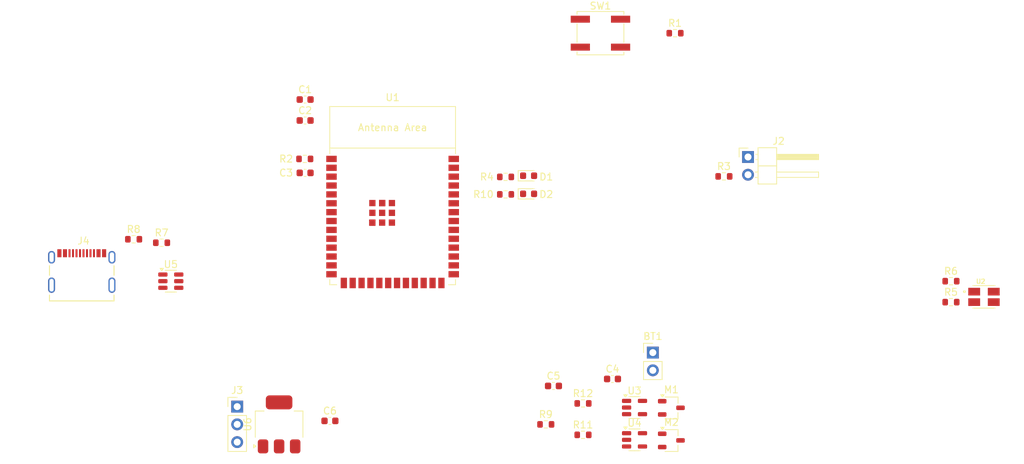
<source format=kicad_pcb>
(kicad_pcb (version 20240108) (generator "pcbnew") (generator_version "8.0")
  (layers (0 "F.Cu" signal) (31 "B.Cu" signal) (34 "B.Paste" user) (35 "F.Paste" user) (36 "B.SilkS" user "B.Silkscreen") (37 "F.SilkS" user "F.Silkscreen") (38 "B.Mask" user) (39 "F.Mask" user) (44 "Edge.Cuts" user))
  (net 0 "")
  (net 1 "Net-(BT1-+)")
  (net 2 "/bat-")
  (net 3 "+3V3")
  (net 4 "GND")
  (net 5 "Net-(U1-EN)")
  (net 6 "Net-(U4-VDD)")
  (net 7 "/VBUS")
  (net 8 "Net-(D1-K)")
  (net 9 "Net-(D2-K)")
  (net 10 "Net-(J2-Pin_2)")
  (net 11 "HV_CHR")
  (net 15 "Net-(J4-CC1)")
  (net 16 "/USB_D+")
  (net 17 "Net-(J4-CC2)")
  (net 18 "/USB_D-")
  (net 19 "Net-(M1-D)")
  (net 20 "/DO")
  (net 21 "/CO")
  (net 22 "/Button")
  (net 23 "Net-(U1-GPIO2{slash}TOUCH2{slash}ADC1_CH1)")
  (net 24 "/RX")
  (net 25 "/TX")
  (net 26 "Net-(R6-Pad2)")
  (net 27 "Net-(U3-STAT)")
  (net 28 "Net-(U4-VM)")
  (net 29 "Net-(U3-PROG)")
  (net 42 "/intD+")
  (net 44 "/intD-")
  (footprint "Resistor_SMD:R_0603_1608Metric" (layer "F.Cu") (at 151.675 123.5)
    (property "Reference" "R9" (at 0 -1.43 0) (layer "F.SilkS"))
    (property "Value" "330")
    (fp_line (start -0.237258 -0.5225) (end 0.237258 -0.5225) (stroke (width 0.12)) (layer "F.SilkS"))
    (fp_line (start -0.237258 0.5225) (end 0.237258 0.5225) (stroke (width 0.12)) (layer "F.SilkS"))
    (pad "1" smd roundrect (at -0.825 0) (size 0.8 0.95) (layers "F.Cu" "F.Paste" "F.Mask") (net 6 "Net-(U4-VDD)"))
    (pad "2" smd roundrect (at 0.825 0) (size 0.8 0.95) (layers "F.Cu" "F.Paste" "F.Mask") (net 1 "Net-(BT1-+)"))
  )
  (footprint "LED_SMD:LED_0603_1608Metric" (layer "F.Cu") (at 149.2125 90.5)
    (property "Reference" "D2" (at 2.53 0.075 0) (layer "F.SilkS"))
    (property "Value" "LED")
    (fp_line (start -1.485 -0.735) (end -1.485 0.735) (stroke (width 0.12)) (layer "F.SilkS"))
    (fp_line (start -1.485 0.735) (end 0.8 0.735) (stroke (width 0.12)) (layer "F.SilkS"))
    (fp_line (start 0.8 -0.735) (end -1.485 -0.735) (stroke (width 0.12)) (layer "F.SilkS"))
    (pad "1" smd roundrect (at -0.7875 0) (size 0.875 0.95) (layers "F.Cu" "F.Paste" "F.Mask") (net 9 "Net-(D2-K)"))
    (pad "2" smd roundrect (at 0.7875 0) (size 0.875 0.95) (layers "F.Cu" "F.Paste" "F.Mask") (net 7 "/VBUS"))
  )
  (footprint "Resistor_SMD:R_0603_1608Metric" (layer "F.Cu") (at 145.9175 90.575)
    (property "Reference" "R10" (at -3.175 0 0) (layer "F.SilkS"))
    (property "Value" "100")
    (fp_line (start -0.237258 -0.5225) (end 0.237258 -0.5225) (stroke (width 0.12)) (layer "F.SilkS"))
    (fp_line (start -0.237258 0.5225) (end 0.237258 0.5225) (stroke (width 0.12)) (layer "F.SilkS"))
    (pad "1" smd roundrect (at -0.825 0) (size 0.8 0.95) (layers "F.Cu" "F.Paste" "F.Mask") (net 27 "Net-(U3-STAT)"))
    (pad "2" smd roundrect (at 0.825 0) (size 0.8 0.95) (layers "F.Cu" "F.Paste" "F.Mask") (net 9 "Net-(D2-K)"))
  )
  (footprint "Connector_PinHeader_2.54mm:PinHeader_1x02_P2.54mm_Horizontal" (layer "F.Cu") (at 180.625 85.225)
    (property "Reference" "J2" (at 4.385 -2.27 0) (layer "F.SilkS"))
    (property "Value" "BOOT")
    (fp_line (start -1.27 -1.27) (end 0 -1.27) (stroke (width 0.12)) (layer "F.SilkS"))
    (fp_line (start -1.27 0) (end -1.27 -1.27) (stroke (width 0.12)) (layer "F.SilkS"))
    (fp_line (start 1.042929 2.16) (end 1.44 2.16) (stroke (width 0.12)) (layer "F.SilkS"))
    (fp_line (start 1.042929 2.92) (end 1.44 2.92) (stroke (width 0.12)) (layer "F.SilkS"))
    (fp_line (start 1.11 -0.38) (end 1.44 -0.38) (stroke (width 0.12)) (layer "F.SilkS"))
    (fp_line (start 1.11 0.38) (end 1.44 0.38) (stroke (width 0.12)) (layer "F.SilkS"))
    (fp_line (start 1.44 -1.33) (end 1.44 3.87) (stroke (width 0.12)) (layer "F.SilkS"))
    (fp_line (start 1.44 1.27) (end 4.1 1.27) (stroke (width 0.12)) (layer "F.SilkS"))
    (fp_line (start 1.44 3.87) (end 4.1 3.87) (stroke (width 0.12)) (layer "F.SilkS"))
    (fp_line (start 4.1 -1.33) (end 1.44 -1.33) (stroke (width 0.12)) (layer "F.SilkS"))
    (fp_line (start 4.1 -0.38) (end 10.1 -0.38) (stroke (width 0.12)) (layer "F.SilkS"))
    (fp_line (start 4.1 -0.32) (end 10.1 -0.32) (stroke (width 0.12)) (layer "F.SilkS"))
    (fp_line (start 4.1 -0.2) (end 10.1 -0.2) (stroke (width 0.12)) (layer "F.SilkS"))
    (fp_line (start 4.1 -0.08) (end 10.1 -0.08) (stroke (width 0.12)) (layer "F.SilkS"))
    (fp_line (start 4.1 0.04) (end 10.1 0.04) (stroke (width 0.12)) (layer "F.SilkS"))
    (fp_line (start 4.1 0.16) (end 10.1 0.16) (stroke (width 0.12)) (layer "F.SilkS"))
    (fp_line (start 4.1 0.28) (end 10.1 0.28) (stroke (width 0.12)) (layer "F.SilkS"))
    (fp_line (start 4.1 2.16) (end 10.1 2.16) (stroke (width 0.12)) (layer "F.SilkS"))
    (fp_line (start 4.1 3.87) (end 4.1 -1.33) (stroke (width 0.12)) (layer "F.SilkS"))
    (fp_line (start 10.1 -0.38) (end 10.1 0.38) (stroke (width 0.12)) (layer "F.SilkS"))
    (fp_line (start 10.1 0.38) (end 4.1 0.38) (stroke (width 0.12)) (layer "F.SilkS"))
    (fp_line (start 10.1 2.16) (end 10.1 2.92) (stroke (width 0.12)) (layer "F.SilkS"))
    (fp_line (start 10.1 2.92) (end 4.1 2.92) (stroke (width 0.12)) (layer "F.SilkS"))
    (pad "1" thru_hole rect (at 0 0) (size 1.7 1.7) (drill 1) (layers "*.Cu" "*.Mask" "In1.Cu" "In2.Cu" "In3.Cu" "In4.Cu" "In5.Cu" "In6.Cu" "In7.Cu" "In8.Cu" "In9.Cu" "In10.Cu" "In11.Cu" "In12.Cu" "In13.Cu" "In14.Cu" "In15.Cu" "In16.Cu" "In17.Cu" "In18.Cu" "In19.Cu" "In20.Cu" "In21.Cu" "In22.Cu" "In23.Cu" "In24.Cu" "In25.Cu" "In26.Cu" "In27.Cu" "In28.Cu" "In29.Cu" "In30.Cu") (net 4 "GND"))
    (pad "2" thru_hole oval (at 0 2.54) (size 1.7 1.7) (drill 1) (layers "*.Cu" "*.Mask" "In1.Cu" "In2.Cu" "In3.Cu" "In4.Cu" "In5.Cu" "In6.Cu" "In7.Cu" "In8.Cu" "In9.Cu" "In10.Cu" "In11.Cu" "In12.Cu" "In13.Cu" "In14.Cu" "In15.Cu" "In16.Cu" "In17.Cu" "In18.Cu" "In19.Cu" "In20.Cu" "In21.Cu" "In22.Cu" "In23.Cu" "In24.Cu" "In25.Cu" "In26.Cu" "In27.Cu" "In28.Cu" "In29.Cu" "In30.Cu") (net 10 "Net-(J2-Pin_2)"))
  )
  (footprint "Resistor_SMD:R_0603_1608Metric" (layer "F.Cu") (at 96.675 97.5)
    (property "Reference" "R7" (at 0 -1.43 0) (layer "F.SilkS"))
    (property "Value" "5k1")
    (fp_line (start -0.237258 -0.5225) (end 0.237258 -0.5225) (stroke (width 0.12)) (layer "F.SilkS"))
    (fp_line (start -0.237258 0.5225) (end 0.237258 0.5225) (stroke (width 0.12)) (layer "F.SilkS"))
    (pad "1" smd roundrect (at -0.825 0) (size 0.8 0.95) (layers "F.Cu" "F.Paste" "F.Mask") (net 4 "GND"))
    (pad "2" smd roundrect (at 0.825 0) (size 0.8 0.95) (layers "F.Cu" "F.Paste" "F.Mask") (net 15 "Net-(J4-CC1)"))
  )
  (footprint "Resistor_SMD:R_0603_1608Metric" (layer "F.Cu") (at 157 125)
    (property "Reference" "R11" (at 0 -1.43 0) (layer "F.SilkS"))
    (property "Value" "2k7")
    (fp_line (start -0.237258 -0.5225) (end 0.237258 -0.5225) (stroke (width 0.12)) (layer "F.SilkS"))
    (fp_line (start -0.237258 0.5225) (end 0.237258 0.5225) (stroke (width 0.12)) (layer "F.SilkS"))
    (pad "1" smd roundrect (at -0.825 0) (size 0.8 0.95) (layers "F.Cu" "F.Paste" "F.Mask") (net 28 "Net-(U4-VM)"))
    (pad "2" smd roundrect (at 0.825 0) (size 0.8 0.95) (layers "F.Cu" "F.Paste" "F.Mask") (net 4 "GND"))
  )
  (footprint "Capacitor_SMD:C_0603_1608Metric" (layer "F.Cu") (at 117.225 87.5)
    (property "Reference" "C3" (at -2.725 0 0) (layer "F.SilkS"))
    (property "Value" "0,1uF")
    (fp_line (start -0.14058 -0.51) (end 0.14058 -0.51) (stroke (width 0.12)) (layer "F.SilkS"))
    (fp_line (start -0.14058 0.51) (end 0.14058 0.51) (stroke (width 0.12)) (layer "F.SilkS"))
    (pad "1" smd roundrect (at -0.775 0) (size 0.9 0.95) (layers "F.Cu" "F.Paste" "F.Mask") (net 4 "GND"))
    (pad "2" smd roundrect (at 0.775 0) (size 0.9 0.95) (layers "F.Cu" "F.Paste" "F.Mask") (net 5 "Net-(U1-EN)"))
  )
  (footprint "Capacitor_SMD:C_0603_1608Metric" (layer "F.Cu") (at 152.775 118)
    (property "Reference" "C5" (at 0 -1.43 0) (layer "F.SilkS"))
    (property "Value" "10uF")
    (fp_line (start -0.14058 -0.51) (end 0.14058 -0.51) (stroke (width 0.12)) (layer "F.SilkS"))
    (fp_line (start -0.14058 0.51) (end 0.14058 0.51) (stroke (width 0.12)) (layer "F.SilkS"))
    (pad "1" smd roundrect (at -0.775 0) (size 0.9 0.95) (layers "F.Cu" "F.Paste" "F.Mask") (net 7 "/VBUS"))
    (pad "2" smd roundrect (at 0.775 0) (size 0.9 0.95) (layers "F.Cu" "F.Paste" "F.Mask") (net 4 "GND"))
  )
  (footprint "Capacitor_SMD:C_0603_1608Metric" (layer "F.Cu") (at 117.225 77)
    (property "Reference" "C1" (at 0 -1.43 0) (layer "F.SilkS"))
    (property "Value" "10uf")
    (fp_line (start -0.14058 -0.51) (end 0.14058 -0.51) (stroke (width 0.12)) (layer "F.SilkS"))
    (fp_line (start -0.14058 0.51) (end 0.14058 0.51) (stroke (width 0.12)) (layer "F.SilkS"))
    (pad "1" smd roundrect (at -0.775 0) (size 0.9 0.95) (layers "F.Cu" "F.Paste" "F.Mask") (net 4 "GND"))
    (pad "2" smd roundrect (at 0.775 0) (size 0.9 0.95) (layers "F.Cu" "F.Paste" "F.Mask") (net 3 "+3V3"))
  )
  (footprint "Package_TO_SOT_SMD:SOT-23-5" (layer "F.Cu") (at 164.38 125.715)
    (property "Reference" "U4" (at 0 -2.4 0) (layer "F.SilkS"))
    (property "Value" "AP9101CK")
    (fp_line (start 0 -1.56) (end -0.8 -1.56) (stroke (width 0.12)) (layer "F.SilkS"))
    (fp_line (start 0 -1.56) (end 0.8 -1.56) (stroke (width 0.12)) (layer "F.SilkS"))
    (fp_line (start 0 1.56) (end -0.8 1.56) (stroke (width 0.12)) (layer "F.SilkS"))
    (fp_line (start 0 1.56) (end 0.8 1.56) (stroke (width 0.12)) (layer "F.SilkS"))
    (fp_poly (pts (xy -1.3 -1.51) (xy -1.54 -1.84) (xy -1.06 -1.84) (xy -1.3 -1.51)) (stroke (width 0.12)) (fill solid) (layer "F.SilkS"))
    (pad "1" smd roundrect (at -1.1375 -0.95) (size 1.325 0.6) (layers "F.Cu" "F.Paste" "F.Mask") (net 28 "Net-(U4-VM)"))
    (pad "2" smd roundrect (at -1.1375 0) (size 1.325 0.6) (layers "F.Cu" "F.Paste" "F.Mask") (net 6 "Net-(U4-VDD)"))
    (pad "3" smd roundrect (at -1.1375 0.95) (size 1.325 0.6) (layers "F.Cu" "F.Paste" "F.Mask") (net 2 "/bat-"))
    (pad "4" smd roundrect (at 1.1375 0.95) (size 1.325 0.6) (layers "F.Cu" "F.Paste" "F.Mask") (net 20 "/DO"))
    (pad "5" smd roundrect (at 1.1375 -0.95) (size 1.325 0.6) (layers "F.Cu" "F.Paste" "F.Mask") (net 21 "/CO"))
  )
  (footprint "USB-C_20_molex:MOLEX_2171790001" (layer "F.Cu") (at 85.25 102.425)
    (property "Reference" "J4" (at 0.255 -5.185 0) (layer "F.SilkS"))
    (property "Value" "2171790001")
    (fp_line (start -4.62 -0.27) (end -4.62 -1.63) (stroke (width 0.15)) (layer "F.SilkS"))
    (fp_line (start -4.62 3.4) (end -4.62 2.57) (stroke (width 0.15)) (layer "F.SilkS"))
    (fp_line (start 4.62 -1.63) (end 4.62 -0.27) (stroke (width 0.15)) (layer "F.SilkS"))
    (fp_line (start 4.62 2.57) (end 4.62 3.4) (stroke (width 0.15)) (layer "F.SilkS"))
    (fp_line (start 4.62 3.4) (end -4.62 3.4) (stroke (width 0.15)) (layer "F.SilkS"))
    (pad "A1B12" smd rect (at -3.2 -3.425) (size 0.59 1.15) (layers "F.Cu" "F.Paste") (net 4 "GND"))
    (pad "A4B9" smd rect (at -2.4 -3.425) (size 0.59 1.15) (layers "F.Cu" "F.Paste") (net 7 "/VBUS"))
    (pad "A5" smd rect (at -1.25 -3.425) (size 0.298 1.15) (layers "F.Cu" "F.Paste") (net 15 "Net-(J4-CC1)"))
    (pad "A6" smd rect (at -0.25 -3.425) (size 0.298 1.15) (layers "F.Cu" "F.Paste") (net 16 "/USB_D+"))
    (pad "A7" smd rect (at 0.25 -3.425) (size 0.298 1.15) (layers "F.Cu" "F.Paste") (net 18 "/USB_D-"))
    (pad "A8" smd rect (at 1.25 -3.425) (size 0.298 1.15) (layers "F.Cu" "F.Paste"))
    (pad "B1A12" smd rect (at 3.2 -3.425) (size 0.59 1.15) (layers "F.Cu" "F.Paste") (net 4 "GND"))
    (pad "B4A9" smd rect (at 2.4 -3.425) (size 0.59 1.15) (layers "F.Cu" "F.Paste") (net 7 "/VBUS"))
    (pad "B5" smd rect (at 1.75 -3.425) (size 0.298 1.15) (layers "F.Cu" "F.Paste") (net 17 "Net-(J4-CC2)"))
    (pad "B6" smd rect (at 0.75 -3.425) (size 0.298 1.15) (layers "F.Cu" "F.Paste") (net 16 "/USB_D+"))
    (pad "B7" smd rect (at -0.75 -3.425) (size 0.298 1.15) (layers "F.Cu" "F.Paste") (net 18 "/USB_D-"))
    (pad "B8" smd rect (at -1.75 -3.425) (size 0.298 1.15) (layers "F.Cu" "F.Paste"))
    (pad "SH1" thru_hole oval (at -4.32 1.15) (size 1 2.2) (drill oval 0.6 1.8) (layers "*.Cu" "*.Mask" "In1.Cu" "In2.Cu" "In3.Cu" "In4.Cu" "In5.Cu" "In6.Cu" "In7.Cu" "In8.Cu" "In9.Cu" "In10.Cu" "In11.Cu" "In12.Cu" "In13.Cu" "In14.Cu" "In15.Cu" "In16.Cu" "In17.Cu" "In18.Cu" "In19.Cu" "In20.Cu" "In21.Cu" "In22.Cu" "In23.Cu" "In24.Cu" "In25.Cu" "In26.Cu" "In27.Cu" "In28.Cu" "In29.Cu" "In30.Cu") (net 4 "GND"))
    (pad "SH2" thru_hole oval (at 4.32 1.15) (size 1 2.2) (drill oval 0.6 1.8) (layers "*.Cu" "*.Mask" "In1.Cu" "In2.Cu" "In3.Cu" "In4.Cu" "In5.Cu" "In6.Cu" "In7.Cu" "In8.Cu" "In9.Cu" "In10.Cu" "In11.Cu" "In12.Cu" "In13.Cu" "In14.Cu" "In15.Cu" "In16.Cu" "In17.Cu" "In18.Cu" "In19.Cu" "In20.Cu" "In21.Cu" "In22.Cu" "In23.Cu" "In24.Cu" "In25.Cu" "In26.Cu" "In27.Cu" "In28.Cu" "In29.Cu" "In30.Cu") (net 4 "GND"))
    (pad "SH3" thru_hole oval (at -4.32 -2.85) (size 1 1.8) (drill oval 0.6 1.4) (layers "*.Cu" "*.Mask" "In1.Cu" "In2.Cu" "In3.Cu" "In4.Cu" "In5.Cu" "In6.Cu" "In7.Cu" "In8.Cu" "In9.Cu" "In10.Cu" "In11.Cu" "In12.Cu" "In13.Cu" "In14.Cu" "In15.Cu" "In16.Cu" "In17.Cu" "In18.Cu" "In19.Cu" "In20.Cu" "In21.Cu" "In22.Cu" "In23.Cu" "In24.Cu" "In25.Cu" "In26.Cu" "In27.Cu" "In28.Cu" "In29.Cu" "In30.Cu") (net 4 "GND"))
    (pad "SH4" thru_hole oval (at 4.32 -2.85) (size 1 1.8) (drill oval 0.6 1.4) (layers "*.Cu" "*.Mask" "In1.Cu" "In2.Cu" "In3.Cu" "In4.Cu" "In5.Cu" "In6.Cu" "In7.Cu" "In8.Cu" "In9.Cu" "In10.Cu" "In11.Cu" "In12.Cu" "In13.Cu" "In14.Cu" "In15.Cu" "In16.Cu" "In17.Cu" "In18.Cu" "In19.Cu" "In20.Cu" "In21.Cu" "In22.Cu" "In23.Cu" "In24.Cu" "In25.Cu" "In26.Cu" "In27.Cu" "In28.Cu" "In29.Cu" "In30.Cu") (net 4 "GND"))
  )
  (footprint "Espressif:ESP32-S3-WROOM-1" (layer "F.Cu") (at 129.75 93.76)
    (property "Reference" "U1" (at 0 -17.05 0) (layer "F.SilkS"))
    (property "Value" "ESP32-S3-WROOM-1")
    (fp_line (start -9 -15.75) (end -9 -9) (stroke (width 0.12)) (layer "F.SilkS"))
    (fp_line (start -9 -15.75) (end 9 -15.75) (stroke (width 0.12)) (layer "F.SilkS"))
    (fp_line (start -9 9) (end -9 9.75) (stroke (width 0.12)) (layer "F.SilkS"))
    (fp_line (start -9 9.75) (end -8 9.75) (stroke (width 0.12)) (layer "F.SilkS"))
    (fp_line (start 9 -15.75) (end 9 -9) (stroke (width 0.12)) (layer "F.SilkS"))
    (fp_line (start 9 -9.81) (end -9 -9.81) (stroke (width 0.12)) (layer "F.SilkS"))
    (fp_line (start 9 9) (end 9 9.75) (stroke (width 0.12)) (layer "F.SilkS"))
    (fp_line (start 9 9.75) (end 8 9.75) (stroke (width 0.12)) (layer "F.SilkS"))
    (fp_text user "Antenna Area" (at 0 -12.75 0) (layer "F.SilkS"))
    (pad "1" smd rect (at -8.75 -8.26) (size 1.5 0.9) (layers "F.Cu" "F.Paste" "F.Mask") (net 4 "GND"))
    (pad "2" smd rect (at -8.75 -6.99) (size 1.5 0.9) (layers "F.Cu" "F.Paste" "F.Mask") (net 3 "+3V3"))
    (pad "3" smd rect (at -8.75 -5.72) (size 1.5 0.9) (layers "F.Cu" "F.Paste" "F.Mask") (net 5 "Net-(U1-EN)"))
    (pad "4" smd rect (at -8.75 -4.45) (size 1.5 0.9) (layers "F.Cu" "F.Paste" "F.Mask"))
    (pad "5" smd rect (at -8.75 -3.18) (size 1.5 0.9) (layers "F.Cu" "F.Paste" "F.Mask"))
    (pad "6" smd rect (at -8.75 -1.91) (size 1.5 0.9) (layers "F.Cu" "F.Paste" "F.Mask"))
    (pad "7" smd rect (at -8.75 -0.64) (size 1.5 0.9) (layers "F.Cu" "F.Paste" "F.Mask"))
    (pad "8" smd rect (at -8.75 0.63) (size 1.5 0.9) (layers "F.Cu" "F.Paste" "F.Mask"))
    (pad "9" smd rect (at -8.75 1.9) (size 1.5 0.9) (layers "F.Cu" "F.Paste" "F.Mask"))
    (pad "10" smd rect (at -8.75 3.17) (size 1.5 0.9) (layers "F.Cu" "F.Paste" "F.Mask"))
    (pad "11" smd rect (at -8.75 4.44) (size 1.5 0.9) (layers "F.Cu" "F.Paste" "F.Mask"))
    (pad "12" smd rect (at -8.75 5.71) (size 1.5 0.9) (layers "F.Cu" "F.Paste" "F.Mask"))
    (pad "13" smd rect (at -8.75 6.98) (size 1.5 0.9) (layers "F.Cu" "F.Paste" "F.Mask") (net 44 "/intD-"))
    (pad "14" smd rect (at -8.75 8.25) (size 1.5 0.9) (layers "F.Cu" "F.Paste" "F.Mask") (net 42 "/intD+"))
    (pad "15" smd rect (at -6.985 9.5 90) (size 1.5 0.9) (layers "F.Cu" "F.Paste" "F.Mask"))
    (pad "16" smd rect (at -5.715 9.5 90) (size 1.5 0.9) (layers "F.Cu" "F.Paste" "F.Mask"))
    (pad "17" smd rect (at -4.445 9.5 90) (size 1.5 0.9) (layers "F.Cu" "F.Paste" "F.Mask"))
    (pad "18" smd rect (at -3.175 9.5 90) (size 1.5 0.9) (layers "F.Cu" "F.Paste" "F.Mask"))
    (pad "19" smd rect (at -1.905 9.5 90) (size 1.5 0.9) (layers "F.Cu" "F.Paste" "F.Mask"))
    (pad "20" smd rect (at -0.635 9.5 90) (size 1.5 0.9) (layers "F.Cu" "F.Paste" "F.Mask"))
    (pad "21" smd rect (at 0.635 9.5 90) (size 1.5 0.9) (layers "F.Cu" "F.Paste" "F.Mask"))
    (pad "22" smd rect (at 1.905 9.5 90) (size 1.5 0.9) (layers "F.Cu" "F.Paste" "F.Mask"))
    (pad "23" smd rect (at 3.175 9.5 90) (size 1.5 0.9) (layers "F.Cu" "F.Paste" "F.Mask"))
    (pad "24" smd rect (at 4.445 9.5 90) (size 1.5 0.9) (layers "F.Cu" "F.Paste" "F.Mask"))
    (pad "25" smd rect (at 5.715 9.5 90) (size 1.5 0.9) (layers "F.Cu" "F.Paste" "F.Mask"))
    (pad "26" smd rect (at 6.985 9.5 90) (size 1.5 0.9) (layers "F.Cu" "F.Paste" "F.Mask"))
    (pad "27" smd rect (at 8.75 8.25 180) (size 1.5 0.9) (layers "F.Cu" "F.Paste" "F.Mask") (net 10 "Net-(J2-Pin_2)"))
    (pad "28" smd rect (at 8.75 6.98 180) (size 1.5 0.9) (layers "F.Cu" "F.Paste" "F.Mask"))
    (pad "29" smd rect (at 8.75 5.71 180) (size 1.5 0.9) (layers "F.Cu" "F.Paste" "F.Mask"))
    (pad "30" smd rect (at 8.75 4.44 180) (size 1.5 0.9) (layers "F.Cu" "F.Paste" "F.Mask"))
    (pad "31" smd rect (at 8.75 3.17 180) (size 1.5 0.9) (layers "F.Cu" "F.Paste" "F.Mask"))
    (pad "32" smd rect (at 8.75 1.9 180) (size 1.5 0.9) (layers "F.Cu" "F.Paste" "F.Mask"))
    (pad "33" smd rect (at 8.75 0.63 180) (size 1.5 0.9) (layers "F.Cu" "F.Paste" "F.Mask"))
    (pad "34" smd rect (at 8.75 -0.64 180) (size 1.5 0.9) (layers "F.Cu" "F.Paste" "F.Mask"))
    (pad "35" smd rect (at 8.75 -1.91 180) (size 1.5 0.9) (layers "F.Cu" "F.Paste" "F.Mask"))
    (pad "36" smd rect (at 8.75 -3.18 180) (size 1.5 0.9) (layers "F.Cu" "F.Paste" "F.Mask") (net 24 "/RX"))
    (pad "37" smd rect (at 8.75 -4.45 180) (size 1.5 0.9) (layers "F.Cu" "F.Paste" "F.Mask") (net 25 "/TX"))
    (pad "38" smd rect (at 8.75 -5.72 180) (size 1.5 0.9) (layers "F.Cu" "F.Paste" "F.Mask") (net 23 "Net-(U1-GPIO2{slash}TOUCH2{slash}ADC1_CH1)"))
    (pad "39" smd rect (at 8.75 -6.99 180) (size 1.5 0.9) (layers "F.Cu" "F.Paste" "F.Mask") (net 22 "/Button"))
    (pad "40" smd rect (at 8.75 -8.26 180) (size 1.5 0.9) (layers "F.Cu" "F.Paste" "F.Mask") (net 4 "GND"))
    (pad "41" smd rect (at -2.9 -1.94 180) (size 0.9 0.9) (layers "F.Cu" "F.Paste" "F.Mask") (net 4 "GND"))
    (pad "41" smd rect (at -2.9 -0.54 180) (size 0.9 0.9) (layers "F.Cu" "F.Paste" "F.Mask") (net 4 "GND"))
    (pad "41" smd rect (at -2.9 0.86 180) (size 0.9 0.9) (layers "F.Cu" "F.Paste" "F.Mask") (net 4 "GND"))
    (pad "41" smd rect (at -2.9 0.86 180) (size 0.9 0.9) (layers "F.Cu" "F.Paste" "F.Mask") (net 4 "GND"))
    (pad "41" smd rect (at -1.5 -1.94 180) (size 0.9 0.9) (layers "F.Cu" "F.Paste" "F.Mask") (net 4 "GND"))
    (pad "41" smd rect (at -1.5 -1.94 180) (size 0.9 0.9) (layers "F.Cu" "F.Paste" "F.Mask") (net 4 "GND"))
    (pad "41" smd rect (at -1.5 -0.54 180) (size 0.9 0.9) (layers "F.Cu" "F.Paste" "F.Mask") (net 4 "GND"))
    (pad "41" smd rect (at -1.5 0.86 180) (size 0.9 0.9) (layers "F.Cu" "F.Paste" "F.Mask") (net 4 "GND"))
    (pad "41" smd rect (at -0.1 -1.94 180) (size 0.9 0.9) (layers "F.Cu" "F.Paste" "F.Mask") (net 4 "GND"))
    (pad "41" smd rect (at -0.1 -0.54 180) (size 0.9 0.9) (layers "F.Cu" "F.Paste" "F.Mask") (net 4 "GND"))
    (pad "41" smd rect (at -0.1 0.86 180) (size 0.9 0.9) (layers "F.Cu" "F.Paste" "F.Mask") (net 4 "GND"))
  )
  (footprint "Capacitor_SMD:C_0603_1608Metric" (layer "F.Cu") (at 161.225 117)
    (property "Reference" "C4" (at 0 -1.43 0) (layer "F.SilkS"))
    (property "Value" "0.1uF")
    (fp_line (start -0.14058 -0.51) (end 0.14058 -0.51) (stroke (width 0.12)) (layer "F.SilkS"))
    (fp_line (start -0.14058 0.51) (end 0.14058 0.51) (stroke (width 0.12)) (layer "F.SilkS"))
    (pad "1" smd roundrect (at -0.775 0) (size 0.9 0.95) (layers "F.Cu" "F.Paste" "F.Mask") (net 6 "Net-(U4-VDD)"))
    (pad "2" smd roundrect (at 0.775 0) (size 0.9 0.95) (layers "F.Cu" "F.Paste" "F.Mask") (net 2 "/bat-"))
  )
  (footprint "LED_SMD:LED_0603_1608Metric" (layer "F.Cu") (at 149.2125 87.91)
    (property "Reference" "D1" (at 2.53 0.165 0) (layer "F.SilkS"))
    (property "Value" "LED")
    (fp_line (start -1.485 -0.735) (end -1.485 0.735) (stroke (width 0.12)) (layer "F.SilkS"))
    (fp_line (start -1.485 0.735) (end 0.8 0.735) (stroke (width 0.12)) (layer "F.SilkS"))
    (fp_line (start 0.8 -0.735) (end -1.485 -0.735) (stroke (width 0.12)) (layer "F.SilkS"))
    (pad "1" smd roundrect (at -0.7875 0) (size 0.875 0.95) (layers "F.Cu" "F.Paste" "F.Mask") (net 8 "Net-(D1-K)"))
    (pad "2" smd roundrect (at 0.7875 0) (size 0.875 0.95) (layers "F.Cu" "F.Paste" "F.Mask") (net 3 "+3V3"))
  )
  (footprint "Resistor_SMD:R_0603_1608Metric" (layer "F.Cu") (at 170.175 67.5)
    (property "Reference" "R1" (at 0 -1.43 0) (layer "F.SilkS"))
    (property "Value" "10k")
    (fp_line (start -0.237258 -0.5225) (end 0.237258 -0.5225) (stroke (width 0.12)) (layer "F.SilkS"))
    (fp_line (start -0.237258 0.5225) (end 0.237258 0.5225) (stroke (width 0.12)) (layer "F.SilkS"))
    (pad "1" smd roundrect (at -0.825 0) (size 0.8 0.95) (layers "F.Cu" "F.Paste" "F.Mask") (net 3 "+3V3"))
    (pad "2" smd roundrect (at 0.825 0) (size 0.8 0.95) (layers "F.Cu" "F.Paste" "F.Mask") (net 22 "/Button"))
  )
  (footprint "Package_TO_SOT_SMD:SOT-23-6" (layer "F.Cu") (at 98 103)
    (property "Reference" "U5" (at 0 -2.4 0) (layer "F.SilkS"))
    (property "Value" "USBLC6-2SC6")
    (fp_line (start 0 -1.56) (end -0.8 -1.56) (stroke (width 0.12)) (layer "F.SilkS"))
    (fp_line (start 0 -1.56) (end 0.8 -1.56) (stroke (width 0.12)) (layer "F.SilkS"))
    (fp_line (start 0 1.56) (end -0.8 1.56) (stroke (width 0.12)) (layer "F.SilkS"))
    (fp_line (start 0 1.56) (end 0.8 1.56) (stroke (width 0.12)) (layer "F.SilkS"))
    (fp_poly (pts (xy -1.3 -1.51) (xy -1.54 -1.84) (xy -1.06 -1.84) (xy -1.3 -1.51)) (stroke (width 0.12)) (fill solid) (layer "F.SilkS"))
    (pad "1" smd roundrect (at -1.1375 -0.95) (size 1.325 0.6) (layers "F.Cu" "F.Paste" "F.Mask") (net 18 "/USB_D-"))
    (pad "2" smd roundrect (at -1.1375 0) (size 1.325 0.6) (layers "F.Cu" "F.Paste" "F.Mask") (net 4 "GND"))
    (pad "3" smd roundrect (at -1.1375 0.95) (size 1.325 0.6) (layers "F.Cu" "F.Paste" "F.Mask") (net 16 "/USB_D+"))
    (pad "4" smd roundrect (at 1.1375 0.95) (size 1.325 0.6) (layers "F.Cu" "F.Paste" "F.Mask") (net 42 "/intD+"))
    (pad "5" smd roundrect (at 1.1375 0) (size 1.325 0.6) (layers "F.Cu" "F.Paste" "F.Mask") (net 7 "/VBUS"))
    (pad "6" smd roundrect (at 1.1375 -0.95) (size 1.325 0.6) (layers "F.Cu" "F.Paste" "F.Mask") (net 44 "/intD-"))
  )
  (footprint "Package_TO_SOT_SMD:TSOT-23" (layer "F.Cu") (at 169.65 121.13)
    (property "Reference" "M1" (at 0 -2.6 0) (layer "F.SilkS"))
    (property "Value" "DMG6968U-7_single")
    (fp_line (start 0.945 0.69) (end 0.945 1.58) (stroke (width 0.12)) (layer "F.SilkS"))
    (fp_line (start 0.945 1.58) (end -0.905 1.58) (stroke (width 0.12)) (layer "F.SilkS"))
    (fp_line (start 0.96 -1.54) (end -0.89 -1.54) (stroke (width 0.12)) (layer "F.SilkS"))
    (fp_line (start 0.96 -1.54) (end 0.96 -0.65) (stroke (width 0.12)) (layer "F.SilkS"))
    (fp_poly (pts (xy -1.28 -1.55) (xy -1.52 -1.88) (xy -1.04 -1.88) (xy -1.28 -1.55)) (stroke (width 0.12)) (fill solid) (layer "F.SilkS"))
    (pad "1" smd roundrect (at -1.31 -0.95) (size 1.22 0.65) (layers "F.Cu" "F.Paste" "F.Mask") (net 20 "/DO"))
    (pad "2" smd roundrect (at -1.31 0.95) (size 1.22 0.65) (layers "F.Cu" "F.Paste" "F.Mask") (net 2 "/bat-"))
    (pad "3" smd roundrect (at 1.31 0) (size 1.22 0.65) (layers "F.Cu" "F.Paste" "F.Mask") (net 19 "Net-(M1-D)"))
  )
  (footprint "Resistor_SMD:R_0603_1608Metric" (layer "F.Cu") (at 145.9175 88.075)
    (property "Reference" "R4" (at -2.675 0 0) (layer "F.SilkS"))
    (property "Value" "100")
    (fp_line (start -0.237258 -0.5225) (end 0.237258 -0.5225) (stroke (width 0.12)) (layer "F.SilkS"))
    (fp_line (start -0.237258 0.5225) (end 0.237258 0.5225) (stroke (width 0.12)) (layer "F.SilkS"))
    (pad "1" smd roundrect (at -0.825 0) (size 0.8 0.95) (layers "F.Cu" "F.Paste" "F.Mask") (net 23 "Net-(U1-GPIO2{slash}TOUCH2{slash}ADC1_CH1)"))
    (pad "2" smd roundrect (at 0.825 0) (size 0.8 0.95) (layers "F.Cu" "F.Paste" "F.Mask") (net 8 "Net-(D1-K)"))
  )
  (footprint "Resistor_SMD:R_0603_1608Metric" (layer "F.Cu") (at 177.175 88)
    (property "Reference" "R3" (at 0 -1.43 0) (layer "F.SilkS"))
    (property "Value" "10k")
    (fp_line (start -0.237258 -0.5225) (end 0.237258 -0.5225) (stroke (width 0.12)) (layer "F.SilkS"))
    (fp_line (start -0.237258 0.5225) (end 0.237258 0.5225) (stroke (width 0.12)) (layer "F.SilkS"))
    (pad "1" smd roundrect (at -0.825 0) (size 0.8 0.95) (layers "F.Cu" "F.Paste" "F.Mask") (net 3 "+3V3"))
    (pad "2" smd roundrect (at 0.825 0) (size 0.8 0.95) (layers "F.Cu" "F.Paste" "F.Mask") (net 10 "Net-(J2-Pin_2)"))
  )
  (footprint "Resistor_SMD:R_0603_1608Metric" (layer "F.Cu") (at 92.675 97)
    (property "Reference" "R8" (at 0 -1.43 0) (layer "F.SilkS"))
    (property "Value" "5k1")
    (fp_line (start -0.237258 -0.5225) (end 0.237258 -0.5225) (stroke (width 0.12)) (layer "F.SilkS"))
    (fp_line (start -0.237258 0.5225) (end 0.237258 0.5225) (stroke (width 0.12)) (layer "F.SilkS"))
    (pad "1" smd roundrect (at -0.825 0) (size 0.8 0.95) (layers "F.Cu" "F.Paste" "F.Mask") (net 17 "Net-(J4-CC2)"))
    (pad "2" smd roundrect (at 0.825 0) (size 0.8 0.95) (layers "F.Cu" "F.Paste" "F.Mask") (net 4 "GND"))
  )
  (footprint "Capacitor_SMD:C_0603_1608Metric" (layer "F.Cu") (at 117.225 80)
    (property "Reference" "C2" (at 0 -1.43 0) (layer "F.SilkS"))
    (property "Value" "0,1uF")
    (fp_line (start -0.14058 -0.51) (end 0.14058 -0.51) (stroke (width 0.12)) (layer "F.SilkS"))
    (fp_line (start -0.14058 0.51) (end 0.14058 0.51) (stroke (width 0.12)) (layer "F.SilkS"))
    (pad "1" smd roundrect (at -0.775 0) (size 0.9 0.95) (layers "F.Cu" "F.Paste" "F.Mask") (net 4 "GND"))
    (pad "2" smd roundrect (at 0.775 0) (size 0.9 0.95) (layers "F.Cu" "F.Paste" "F.Mask") (net 3 "+3V3"))
  )
  (footprint "Resistor_SMD:R_0603_1608Metric" (layer "F.Cu") (at 117.175 85.5)
    (property "Reference" "R2" (at -2.675 0 0) (layer "F.SilkS"))
    (property "Value" "10k")
    (fp_line (start -0.237258 -0.5225) (end 0.237258 -0.5225) (stroke (width 0.12)) (layer "F.SilkS"))
    (fp_line (start -0.237258 0.5225) (end 0.237258 0.5225) (stroke (width 0.12)) (layer "F.SilkS"))
    (pad "1" smd roundrect (at -0.825 0) (size 0.8 0.95) (layers "F.Cu" "F.Paste" "F.Mask") (net 3 "+3V3"))
    (pad "2" smd roundrect (at 0.825 0) (size 0.8 0.95) (layers "F.Cu" "F.Paste" "F.Mask") (net 5 "Net-(U1-EN)"))
  )
  (footprint "Connector_PinHeader_2.54mm:PinHeader_1x02_P2.54mm_Vertical" (layer "F.Cu") (at 167 113.225)
    (property "Reference" "BT1" (at 0 -2.33 0) (layer "F.SilkS"))
    (property "Value" "LIPO")
    (fp_line (start -1.33 -1.33) (end 0 -1.33) (stroke (width 0.12)) (layer "F.SilkS"))
    (fp_line (start -1.33 0) (end -1.33 -1.33) (stroke (width 0.12)) (layer "F.SilkS"))
    (fp_line (start -1.33 1.27) (end -1.33 3.87) (stroke (width 0.12)) (layer "F.SilkS"))
    (fp_line (start -1.33 1.27) (end 1.33 1.27) (stroke (width 0.12)) (layer "F.SilkS"))
    (fp_line (start -1.33 3.87) (end 1.33 3.87) (stroke (width 0.12)) (layer "F.SilkS"))
    (fp_line (start 1.33 1.27) (end 1.33 3.87) (stroke (width 0.12)) (layer "F.SilkS"))
    (pad "1" thru_hole rect (at 0 0) (size 1.7 1.7) (drill 1) (layers "*.Cu" "*.Mask" "In1.Cu" "In2.Cu" "In3.Cu" "In4.Cu" "In5.Cu" "In6.Cu" "In7.Cu" "In8.Cu" "In9.Cu" "In10.Cu" "In11.Cu" "In12.Cu" "In13.Cu" "In14.Cu" "In15.Cu" "In16.Cu" "In17.Cu" "In18.Cu" "In19.Cu" "In20.Cu" "In21.Cu" "In22.Cu" "In23.Cu" "In24.Cu" "In25.Cu" "In26.Cu" "In27.Cu" "In28.Cu" "In29.Cu" "In30.Cu") (net 1 "Net-(BT1-+)"))
    (pad "2" thru_hole oval (at 0 2.54) (size 1.7 1.7) (drill 1) (layers "*.Cu" "*.Mask" "In1.Cu" "In2.Cu" "In3.Cu" "In4.Cu" "In5.Cu" "In6.Cu" "In7.Cu" "In8.Cu" "In9.Cu" "In10.Cu" "In11.Cu" "In12.Cu" "In13.Cu" "In14.Cu" "In15.Cu" "In16.Cu" "In17.Cu" "In18.Cu" "In19.Cu" "In20.Cu" "In21.Cu" "In22.Cu" "In23.Cu" "In24.Cu" "In25.Cu" "In26.Cu" "In27.Cu" "In28.Cu" "In29.Cu" "In30.Cu") (net 2 "/bat-"))
  )
  (footprint "Button_Switch_SMD:SW_SPST_EVQP0" (layer "F.Cu") (at 159.5 67.5)
    (property "Reference" "SW1" (at 0 -3.9 0) (layer "F.SilkS"))
    (property "Value" "SW_Push")
    (fp_line (start -3.35 -3.1) (end 3.35 -3.1) (stroke (width 0.12)) (layer "F.SilkS"))
    (fp_line (start -3.35 -2.65) (end -3.35 -3.1) (stroke (width 0.12)) (layer "F.SilkS"))
    (fp_line (start -3.35 1.35) (end -3.35 -1.35) (stroke (width 0.12)) (layer "F.SilkS"))
    (fp_line (start -3.35 2.65) (end -3.35 3.1) (stroke (width 0.12)) (layer "F.SilkS"))
    (fp_line (start -3.35 3.1) (end 3.35 3.1) (stroke (width 0.12)) (layer "F.SilkS"))
    (fp_line (start 3.35 -3.1) (end 3.35 -2.65) (stroke (width 0.12)) (layer "F.SilkS"))
    (fp_line (start 3.35 -1.35) (end 3.35 1.35) (stroke (width 0.12)) (layer "F.SilkS"))
    (fp_line (start 3.35 3.1) (end 3.35 2.7) (stroke (width 0.12)) (layer "F.SilkS"))
    (pad "1" smd rect (at -2.88 -2) (size 2.75 1) (layers "F.Cu" "F.Paste" "F.Mask") (net 22 "/Button"))
    (pad "1" smd rect (at 2.88 -2) (size 2.75 1) (layers "F.Cu" "F.Paste" "F.Mask") (net 22 "/Button"))
    (pad "2" smd rect (at -2.88 2) (size 2.75 1) (layers "F.Cu" "F.Paste" "F.Mask") (net 4 "GND"))
    (pad "2" smd rect (at 2.88 2) (size 2.75 1) (layers "F.Cu" "F.Paste" "F.Mask") (net 4 "GND"))
  )
  (footprint "Package_TO_SOT_SMD:SOT-223-3_TabPin2" (layer "F.Cu") (at 113.5 123.5 90)
    (property "Reference" "U6" (at 0 -4.5 90) (layer "F.SilkS"))
    (property "Value" "MCP1825S33")
    (fp_line (start 1.91 -3.41) (end 1.91 -2.15) (stroke (width 0.12)) (layer "F.SilkS"))
    (fp_line (start -1.85 -3.41) (end 1.91 -3.41) (stroke (width 0.12)) (layer "F.SilkS"))
    (fp_line (start 1.91 3.41) (end 1.91 2.15) (stroke (width 0.12)) (layer "F.SilkS"))
    (fp_line (start -1.85 3.41) (end 1.91 3.41) (stroke (width 0.12)) (layer "F.SilkS"))
    (fp_poly (pts (xy -3.13 -3.31) (xy -3.37 -3.64) (xy -2.89 -3.64) (xy -3.13 -3.31)) (stroke (width 0.12)) (fill solid) (layer "F.SilkS"))
    (pad "1" smd roundrect (at -3.15 -2.3 90) (size 2 1.5) (layers "F.Cu" "F.Paste" "F.Mask") (net 11 "HV_CHR"))
    (pad "2" smd roundrect (at -3.15 0 90) (size 2 1.5) (layers "F.Cu" "F.Paste" "F.Mask") (net 4 "GND"))
    (pad "2" smd roundrect (at 3.15 0 90) (size 2 3.8) (layers "F.Cu" "F.Paste" "F.Mask") (net 4 "GND"))
    (pad "3" smd roundrect (at -3.15 2.3 90) (size 2 1.5) (layers "F.Cu" "F.Paste" "F.Mask") (net 3 "+3V3"))
  )
  (footprint "Resistor_SMD:R_0603_1608Metric" (layer "F.Cu") (at 209.675 106)
    (property "Reference" "R5" (at 0 -1.43 0) (layer "F.SilkS"))
    (property "Value" "47k")
    (fp_line (start -0.237258 -0.5225) (end 0.237258 -0.5225) (stroke (width 0.12)) (layer "F.SilkS"))
    (fp_line (start -0.237258 0.5225) (end 0.237258 0.5225) (stroke (width 0.12)) (layer "F.SilkS"))
    (pad "1" smd roundrect (at -0.825 0) (size 0.8 0.95) (layers "F.Cu" "F.Paste" "F.Mask") (net 4 "GND"))
    (pad "2" smd roundrect (at 0.825 0) (size 0.8 0.95) (layers "F.Cu" "F.Paste" "F.Mask") (net 24 "/RX"))
  )
  (footprint "Connector_PinHeader_2.54mm:PinHeader_1x03_P2.54mm_Vertical" (layer "F.Cu") (at 107.5 120.96)
    (property "Reference" "J3" (at 0 -2.33 0) (layer "F.SilkS"))
    (property "Value" "power Switch")
    (fp_line (start -1.33 -1.33) (end 0 -1.33) (stroke (width 0.12)) (layer "F.SilkS"))
    (fp_line (start -1.33 0) (end -1.33 -1.33) (stroke (width 0.12)) (layer "F.SilkS"))
    (fp_line (start -1.33 1.27) (end -1.33 6.41) (stroke (width 0.12)) (layer "F.SilkS"))
    (fp_line (start -1.33 1.27) (end 1.33 1.27) (stroke (width 0.12)) (layer "F.SilkS"))
    (fp_line (start -1.33 6.41) (end 1.33 6.41) (stroke (width 0.12)) (layer "F.SilkS"))
    (fp_line (start 1.33 1.27) (end 1.33 6.41) (stroke (width 0.12)) (layer "F.SilkS"))
    (pad "1" thru_hole rect (at 0 0) (size 1.7 1.7) (drill 1) (layers "*.Cu" "*.Mask" "In1.Cu" "In2.Cu" "In3.Cu" "In4.Cu" "In5.Cu" "In6.Cu" "In7.Cu" "In8.Cu" "In9.Cu" "In10.Cu" "In11.Cu" "In12.Cu" "In13.Cu" "In14.Cu" "In15.Cu" "In16.Cu" "In17.Cu" "In18.Cu" "In19.Cu" "In20.Cu" "In21.Cu" "In22.Cu" "In23.Cu" "In24.Cu" "In25.Cu" "In26.Cu" "In27.Cu" "In28.Cu" "In29.Cu" "In30.Cu"))
    (pad "2" thru_hole oval (at 0 2.54) (size 1.7 1.7) (drill 1) (layers "*.Cu" "*.Mask" "In1.Cu" "In2.Cu" "In3.Cu" "In4.Cu" "In5.Cu" "In6.Cu" "In7.Cu" "In8.Cu" "In9.Cu" "In10.Cu" "In11.Cu" "In12.Cu" "In13.Cu" "In14.Cu" "In15.Cu" "In16.Cu" "In17.Cu" "In18.Cu" "In19.Cu" "In20.Cu" "In21.Cu" "In22.Cu" "In23.Cu" "In24.Cu" "In25.Cu" "In26.Cu" "In27.Cu" "In28.Cu" "In29.Cu" "In30.Cu") (net 11 "HV_CHR"))
    (pad "3" thru_hole oval (at 0 5.08) (size 1.7 1.7) (drill 1) (layers "*.Cu" "*.Mask" "In1.Cu" "In2.Cu" "In3.Cu" "In4.Cu" "In5.Cu" "In6.Cu" "In7.Cu" "In8.Cu" "In9.Cu" "In10.Cu" "In11.Cu" "In12.Cu" "In13.Cu" "In14.Cu" "In15.Cu" "In16.Cu" "In17.Cu" "In18.Cu" "In19.Cu" "In20.Cu" "In21.Cu" "In22.Cu" "In23.Cu" "In24.Cu" "In25.Cu" "In26.Cu" "In27.Cu" "In28.Cu" "In29.Cu" "In30.Cu") (net 1 "Net-(BT1-+)"))
  )
  (footprint "Resistor_SMD:R_0603_1608Metric" (layer "F.Cu") (at 157 120.5)
    (property "Reference" "R12" (at 0 -1.43 0) (layer "F.SilkS"))
    (property "Value" "10k/2k")
    (fp_line (start -0.237258 -0.5225) (end 0.237258 -0.5225) (stroke (width 0.12)) (layer "F.SilkS"))
    (fp_line (start -0.237258 0.5225) (end 0.237258 0.5225) (stroke (width 0.12)) (layer "F.SilkS"))
    (pad "1" smd roundrect (at -0.825 0) (size 0.8 0.95) (layers "F.Cu" "F.Paste" "F.Mask") (net 4 "GND"))
    (pad "2" smd roundrect (at 0.825 0) (size 0.8 0.95) (layers "F.Cu" "F.Paste" "F.Mask") (net 29 "Net-(U3-PROG)"))
  )
  (footprint "Capacitor_SMD:C_0603_1608Metric" (layer "F.Cu") (at 120.775 123)
    (property "Reference" "C6" (at 0 -1.43 0) (layer "F.SilkS"))
    (property "Value" "0,1uF")
    (fp_line (start -0.14058 -0.51) (end 0.14058 -0.51) (stroke (width 0.12)) (layer "F.SilkS"))
    (fp_line (start -0.14058 0.51) (end 0.14058 0.51) (stroke (width 0.12)) (layer "F.SilkS"))
    (pad "1" smd roundrect (at -0.775 0) (size 0.9 0.95) (layers "F.Cu" "F.Paste" "F.Mask") (net 3 "+3V3"))
    (pad "2" smd roundrect (at 0.775 0) (size 0.9 0.95) (layers "F.Cu" "F.Paste" "F.Mask") (net 4 "GND"))
  )
  (footprint "transmitter-LED:OSRAM_SFH_7250" (layer "F.Cu") (at 214.4 105.25)
    (property "Reference" "U2" (at -0.468 -2.2064 0) (layer "F.SilkS") (effects (font (size 0.64 0.64))))
    (property "Value" "SFH_7250")
    (fp_line (start -1.6 -1.61) (end 1.6 -1.61) (stroke (width 0.127)) (layer "F.SilkS"))
    (fp_line (start 1.6 1.61) (end -1.6 1.61) (stroke (width 0.127)) (layer "F.SilkS"))
    (fp_circle (center -2.8 -0.75) (end -2.7 -0.75) (stroke (width 0.2)) (fill none) (layer "F.SilkS"))
    (pad "1" smd rect (at -1.4 -0.75) (size 1.7 1.1) (layers "F.Cu") (net 26 "Net-(R6-Pad2)"))
    (pad "2" smd rect (at 1.4 -0.75) (size 1.7 1.1) (layers "F.Cu") (net 4 "GND"))
    (pad "3" smd rect (at 1.4 0.75) (size 1.7 1.1) (layers "F.Cu") (net 3 "+3V3"))
    (pad "4" smd rect (at -1.4 0.75) (size 1.7 1.1) (layers "F.Cu") (net 24 "/RX"))
  )
  (footprint "Package_TO_SOT_SMD:SOT-23-5" (layer "F.Cu") (at 164.38 121.09)
    (property "Reference" "U3" (at 0 -2.4 0) (layer "F.SilkS"))
    (property "Value" "MCP73831-2-OT")
    (fp_line (start 0 -1.56) (end -0.8 -1.56) (stroke (width 0.12)) (layer "F.SilkS"))
    (fp_line (start 0 -1.56) (end 0.8 -1.56) (stroke (width 0.12)) (layer "F.SilkS"))
    (fp_line (start 0 1.56) (end -0.8 1.56) (stroke (width 0.12)) (layer "F.SilkS"))
    (fp_line (start 0 1.56) (end 0.8 1.56) (stroke (width 0.12)) (layer "F.SilkS"))
    (fp_poly (pts (xy -1.3 -1.51) (xy -1.54 -1.84) (xy -1.06 -1.84) (xy -1.3 -1.51)) (stroke (width 0.12)) (fill solid) (layer "F.SilkS"))
    (pad "1" smd roundrect (at -1.1375 -0.95) (size 1.325 0.6) (layers "F.Cu" "F.Paste" "F.Mask") (net 27 "Net-(U3-STAT)"))
    (pad "2" smd roundrect (at -1.1375 0) (size 1.325 0.6) (layers "F.Cu" "F.Paste" "F.Mask") (net 4 "GND"))
    (pad "3" smd roundrect (at -1.1375 0.95) (size 1.325 0.6) (layers "F.Cu" "F.Paste" "F.Mask") (net 1 "Net-(BT1-+)"))
    (pad "4" smd roundrect (at 1.1375 0.95) (size 1.325 0.6) (layers "F.Cu" "F.Paste" "F.Mask") (net 7 "/VBUS"))
    (pad "5" smd roundrect (at 1.1375 -0.95) (size 1.325 0.6) (layers "F.Cu" "F.Paste" "F.Mask") (net 29 "Net-(U3-PROG)"))
  )
  (footprint "Resistor_SMD:R_0603_1608Metric" (layer "F.Cu") (at 209.675 103)
    (property "Reference" "R6" (at 0 -1.43 0) (layer "F.SilkS"))
    (property "Value" "100")
    (fp_line (start -0.237258 -0.5225) (end 0.237258 -0.5225) (stroke (width 0.12)) (layer "F.SilkS"))
    (fp_line (start -0.237258 0.5225) (end 0.237258 0.5225) (stroke (width 0.12)) (layer "F.SilkS"))
    (pad "1" smd roundrect (at -0.825 0) (size 0.8 0.95) (layers "F.Cu" "F.Paste" "F.Mask") (net 25 "/TX"))
    (pad "2" smd roundrect (at 0.825 0) (size 0.8 0.95) (layers "F.Cu" "F.Paste" "F.Mask") (net 26 "Net-(R6-Pad2)"))
  )
  (footprint "Package_TO_SOT_SMD:TSOT-23" (layer "F.Cu") (at 169.65 125.795)
    (property "Reference" "M2" (at 0 -2.6 0) (layer "F.SilkS"))
    (property "Value" "DMG6968U-7_single")
    (fp_line (start 0.945 0.69) (end 0.945 1.58) (stroke (width 0.12)) (layer "F.SilkS"))
    (fp_line (start 0.945 1.58) (end -0.905 1.58) (stroke (width 0.12)) (layer "F.SilkS"))
    (fp_line (start 0.96 -1.54) (end -0.89 -1.54) (stroke (width 0.12)) (layer "F.SilkS"))
    (fp_line (start 0.96 -1.54) (end 0.96 -0.65) (stroke (width 0.12)) (layer "F.SilkS"))
    (fp_poly (pts (xy -1.28 -1.55) (xy -1.52 -1.88) (xy -1.04 -1.88) (xy -1.28 -1.55)) (stroke (width 0.12)) (fill solid) (layer "F.SilkS"))
    (pad "1" smd roundrect (at -1.31 -0.95) (size 1.22 0.65) (layers "F.Cu" "F.Paste" "F.Mask") (net 21 "/CO"))
    (pad "2" smd roundrect (at -1.31 0.95) (size 1.22 0.65) (layers "F.Cu" "F.Paste" "F.Mask") (net 4 "GND"))
    (pad "3" smd roundrect (at 1.31 0) (size 1.22 0.65) (layers "F.Cu" "F.Paste" "F.Mask") (net 19 "Net-(M1-D)"))
  )
)
</source>
